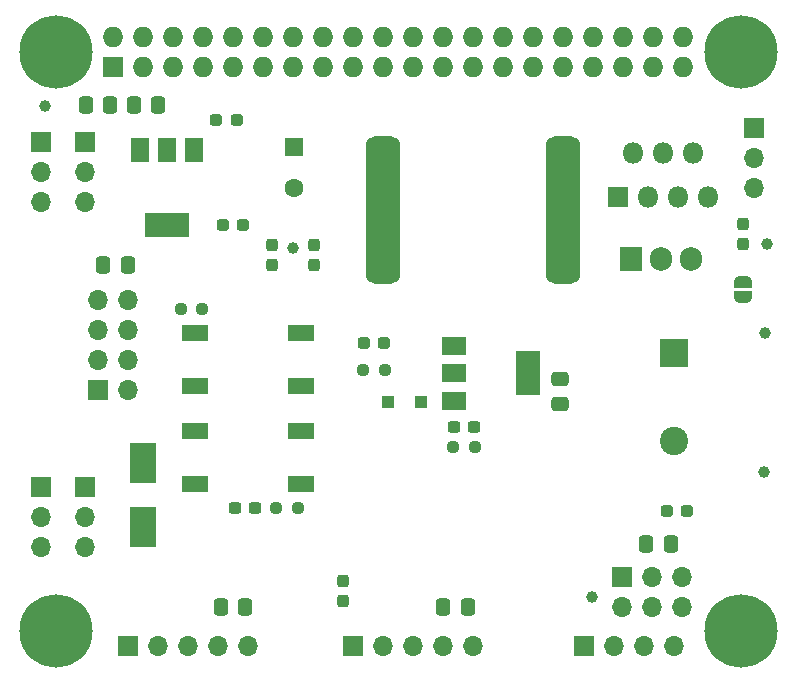
<source format=gbr>
G04 #@! TF.GenerationSoftware,KiCad,Pcbnew,(6.0.7)*
G04 #@! TF.CreationDate,2023-04-04T22:21:52-05:00*
G04 #@! TF.ProjectId,backpackbuddy_system,6261636b-7061-4636-9b62-756464795f73,rev?*
G04 #@! TF.SameCoordinates,Original*
G04 #@! TF.FileFunction,Soldermask,Top*
G04 #@! TF.FilePolarity,Negative*
%FSLAX46Y46*%
G04 Gerber Fmt 4.6, Leading zero omitted, Abs format (unit mm)*
G04 Created by KiCad (PCBNEW (6.0.7)) date 2023-04-04 22:21:52*
%MOMM*%
%LPD*%
G01*
G04 APERTURE LIST*
G04 Aperture macros list*
%AMRoundRect*
0 Rectangle with rounded corners*
0 $1 Rounding radius*
0 $2 $3 $4 $5 $6 $7 $8 $9 X,Y pos of 4 corners*
0 Add a 4 corners polygon primitive as box body*
4,1,4,$2,$3,$4,$5,$6,$7,$8,$9,$2,$3,0*
0 Add four circle primitives for the rounded corners*
1,1,$1+$1,$2,$3*
1,1,$1+$1,$4,$5*
1,1,$1+$1,$6,$7*
1,1,$1+$1,$8,$9*
0 Add four rect primitives between the rounded corners*
20,1,$1+$1,$2,$3,$4,$5,0*
20,1,$1+$1,$4,$5,$6,$7,0*
20,1,$1+$1,$6,$7,$8,$9,0*
20,1,$1+$1,$8,$9,$2,$3,0*%
%AMFreePoly0*
4,1,20,0.000000,0.744959,0.073905,0.744508,0.209726,0.703889,0.328688,0.626782,0.421226,0.519385,0.479903,0.390333,0.500000,0.250000,0.500000,-0.250000,0.499851,-0.262216,0.476331,-0.402017,0.414519,-0.529596,0.319384,-0.634700,0.198574,-0.708877,0.061801,-0.746166,0.000000,-0.745033,0.000000,-0.750000,-0.500000,-0.750000,-0.500000,0.750000,0.000000,0.750000,0.000000,0.744959,
0.000000,0.744959,$1*%
%AMFreePoly1*
4,1,22,0.500000,-0.750000,0.000000,-0.750000,0.000000,-0.745033,-0.079941,-0.743568,-0.215256,-0.701293,-0.333266,-0.622738,-0.424486,-0.514219,-0.481581,-0.384460,-0.499164,-0.250000,-0.500000,-0.250000,-0.500000,0.250000,-0.499164,0.250000,-0.499963,0.256109,-0.478152,0.396186,-0.417904,0.524511,-0.324060,0.630769,-0.204165,0.706417,-0.067858,0.745374,0.000000,0.744959,0.000000,0.750000,
0.500000,0.750000,0.500000,-0.750000,0.500000,-0.750000,$1*%
G04 Aperture macros list end*
%ADD10C,6.200000*%
%ADD11R,1.727200X1.727200*%
%ADD12O,1.727200X1.727200*%
%ADD13RoundRect,0.237500X-0.250000X-0.237500X0.250000X-0.237500X0.250000X0.237500X-0.250000X0.237500X0*%
%ADD14RoundRect,0.237500X-0.287500X-0.237500X0.287500X-0.237500X0.287500X0.237500X-0.287500X0.237500X0*%
%ADD15R,1.700000X1.700000*%
%ADD16O,1.700000X1.700000*%
%ADD17RoundRect,0.250000X0.337500X0.475000X-0.337500X0.475000X-0.337500X-0.475000X0.337500X-0.475000X0*%
%ADD18R,1.600000X1.600000*%
%ADD19C,1.600000*%
%ADD20RoundRect,0.250000X-0.475000X0.337500X-0.475000X-0.337500X0.475000X-0.337500X0.475000X0.337500X0*%
%ADD21R,1.100000X1.100000*%
%ADD22RoundRect,0.237500X-0.237500X0.287500X-0.237500X-0.287500X0.237500X-0.287500X0.237500X0.287500X0*%
%ADD23RoundRect,0.237500X0.287500X0.237500X-0.287500X0.237500X-0.287500X-0.237500X0.287500X-0.237500X0*%
%ADD24RoundRect,0.237500X0.237500X-0.287500X0.237500X0.287500X-0.237500X0.287500X-0.237500X-0.287500X0*%
%ADD25RoundRect,0.250000X-0.337500X-0.475000X0.337500X-0.475000X0.337500X0.475000X-0.337500X0.475000X0*%
%ADD26R,2.200000X1.400000*%
%ADD27C,1.000000*%
%ADD28R,1.800000X1.800000*%
%ADD29O,1.800000X1.800000*%
%ADD30R,1.905000X2.000000*%
%ADD31O,1.905000X2.000000*%
%ADD32RoundRect,0.237500X0.250000X0.237500X-0.250000X0.237500X-0.250000X-0.237500X0.250000X-0.237500X0*%
%ADD33RoundRect,0.237500X0.300000X0.237500X-0.300000X0.237500X-0.300000X-0.237500X0.300000X-0.237500X0*%
%ADD34RoundRect,0.720000X0.720000X5.505000X-0.720000X5.505000X-0.720000X-5.505000X0.720000X-5.505000X0*%
%ADD35FreePoly0,270.000000*%
%ADD36FreePoly1,270.000000*%
%ADD37R,2.300000X3.500000*%
%ADD38RoundRect,0.237500X-0.300000X-0.237500X0.300000X-0.237500X0.300000X0.237500X-0.300000X0.237500X0*%
%ADD39R,2.000000X1.500000*%
%ADD40R,2.000000X3.800000*%
%ADD41R,2.400000X2.400000*%
%ADD42C,2.400000*%
%ADD43R,1.500000X2.000000*%
%ADD44R,3.800000X2.000000*%
G04 APERTURE END LIST*
D10*
X172510000Y-63500000D03*
X114510000Y-63500000D03*
X114510000Y-112500000D03*
X172510000Y-112500000D03*
D11*
X119380000Y-64770000D03*
D12*
X119380000Y-62230000D03*
X121920000Y-64770000D03*
X121920000Y-62230000D03*
X124460000Y-64770000D03*
X124460000Y-62230000D03*
X127000000Y-64770000D03*
X127000000Y-62230000D03*
X129540000Y-64770000D03*
X129540000Y-62230000D03*
X132080000Y-64770000D03*
X132080000Y-62230000D03*
X134620000Y-64770000D03*
X134620000Y-62230000D03*
X137160000Y-64770000D03*
X137160000Y-62230000D03*
X139700000Y-64770000D03*
X139700000Y-62230000D03*
X142240000Y-64770000D03*
X142240000Y-62230000D03*
X144780000Y-64770000D03*
X144780000Y-62230000D03*
X147320000Y-64770000D03*
X147320000Y-62230000D03*
X149860000Y-64770000D03*
X149860000Y-62230000D03*
X152400000Y-64770000D03*
X152400000Y-62230000D03*
X154940000Y-64770000D03*
X154940000Y-62230000D03*
X157480000Y-64770000D03*
X157480000Y-62230000D03*
X160020000Y-64770000D03*
X160020000Y-62230000D03*
X162560000Y-64770000D03*
X162560000Y-62230000D03*
X165100000Y-64770000D03*
X165100000Y-62230000D03*
X167640000Y-64770000D03*
X167640000Y-62230000D03*
D13*
X148185500Y-96901000D03*
X150010500Y-96901000D03*
D14*
X128080800Y-69265800D03*
X129830800Y-69265800D03*
D15*
X113284000Y-100330000D03*
D16*
X113284000Y-102870000D03*
X113284000Y-105410000D03*
D15*
X120655000Y-113792000D03*
D16*
X123195000Y-113792000D03*
X125735000Y-113792000D03*
X128275000Y-113792000D03*
X130815000Y-113792000D03*
D15*
X139705000Y-113792000D03*
D16*
X142245000Y-113792000D03*
X144785000Y-113792000D03*
X147325000Y-113792000D03*
X149865000Y-113792000D03*
D17*
X119147500Y-67945000D03*
X117072500Y-67945000D03*
D18*
X134670800Y-71524749D03*
D19*
X134670800Y-75024749D03*
D20*
X157226000Y-91164500D03*
X157226000Y-93239500D03*
D21*
X142618000Y-93091000D03*
X145418000Y-93091000D03*
D22*
X172720000Y-77992000D03*
X172720000Y-79742000D03*
D23*
X142353000Y-88138000D03*
X140603000Y-88138000D03*
D14*
X128665000Y-78105000D03*
X130415000Y-78105000D03*
D15*
X116967000Y-71120000D03*
D16*
X116967000Y-73660000D03*
X116967000Y-76200000D03*
D24*
X136398000Y-81520000D03*
X136398000Y-79770000D03*
D13*
X125122300Y-85191600D03*
X126947300Y-85191600D03*
D17*
X120624600Y-81534000D03*
X118549600Y-81534000D03*
D25*
X164525000Y-105150000D03*
X166600000Y-105150000D03*
D26*
X126310000Y-87285000D03*
X135310000Y-87285000D03*
X126310000Y-91785000D03*
X135310000Y-91785000D03*
D15*
X113284000Y-71120000D03*
D16*
X113284000Y-73660000D03*
X113284000Y-76200000D03*
D15*
X116967000Y-100330000D03*
D16*
X116967000Y-102870000D03*
X116967000Y-105410000D03*
D27*
X174752000Y-79756000D03*
D28*
X162090000Y-75750000D03*
D29*
X163360000Y-72050000D03*
X164630000Y-75750000D03*
X165900000Y-72050000D03*
X167170000Y-75750000D03*
X168440000Y-72050000D03*
X169710000Y-75750000D03*
D27*
X134594600Y-80035400D03*
D30*
X163195000Y-80955000D03*
D31*
X165735000Y-80955000D03*
X168275000Y-80955000D03*
D32*
X142390500Y-90424000D03*
X140565500Y-90424000D03*
D24*
X132842000Y-81520000D03*
X132842000Y-79770000D03*
D33*
X131418500Y-102108000D03*
X129693500Y-102108000D03*
D15*
X173609000Y-69865000D03*
D16*
X173609000Y-72405000D03*
X173609000Y-74945000D03*
D25*
X128502500Y-110490000D03*
X130577500Y-110490000D03*
D27*
X113614200Y-68021200D03*
D34*
X157500000Y-76835000D03*
X142220000Y-76835000D03*
D35*
X172720000Y-84216000D03*
D36*
X172720000Y-82916000D03*
D37*
X121920000Y-103665000D03*
X121920000Y-98265000D03*
D38*
X148235500Y-95250000D03*
X149960500Y-95250000D03*
D13*
X133199500Y-102108000D03*
X135024500Y-102108000D03*
D27*
X174498000Y-99060000D03*
D26*
X135310000Y-100040000D03*
X126310000Y-100040000D03*
X135310000Y-95540000D03*
X126310000Y-95540000D03*
D27*
X174574200Y-87249000D03*
D39*
X148234000Y-88378000D03*
D40*
X154534000Y-90678000D03*
D39*
X148234000Y-90678000D03*
X148234000Y-92978000D03*
D27*
X159950000Y-109600000D03*
D22*
X138887200Y-108243400D03*
X138887200Y-109993400D03*
D25*
X147320000Y-110490000D03*
X149395000Y-110490000D03*
D15*
X118110000Y-92130000D03*
D16*
X120650000Y-92130000D03*
X118110000Y-89590000D03*
X120650000Y-89590000D03*
X118110000Y-87050000D03*
X120650000Y-87050000D03*
X118110000Y-84510000D03*
X120650000Y-84510000D03*
D23*
X168007000Y-102362000D03*
X166257000Y-102362000D03*
D15*
X159217200Y-113792000D03*
D16*
X161757200Y-113792000D03*
X164297200Y-113792000D03*
X166837200Y-113792000D03*
D41*
X166878000Y-88943246D03*
D42*
X166878000Y-96443246D03*
D17*
X123190000Y-67945000D03*
X121115000Y-67945000D03*
D43*
X126252000Y-71780000D03*
X123952000Y-71780000D03*
X121652000Y-71780000D03*
D44*
X123952000Y-78080000D03*
D15*
X162425000Y-107925000D03*
D16*
X162425000Y-110465000D03*
X164965000Y-107925000D03*
X164965000Y-110465000D03*
X167505000Y-107925000D03*
X167505000Y-110465000D03*
M02*

</source>
